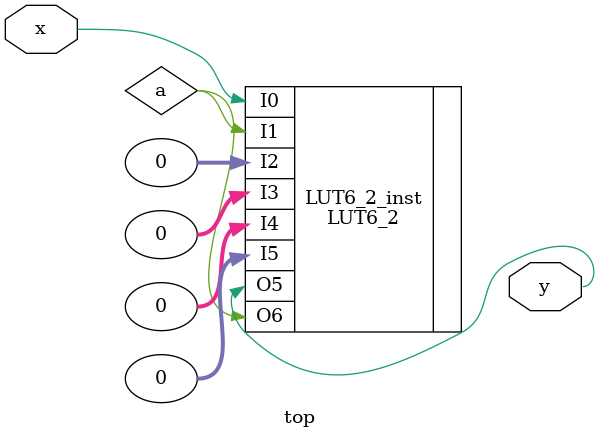
<source format=v>


// Permission is hereby granted, free of charge, to any person obtaining a copy
// of this software and associated documentation files (the "Software"), to deal
// in the Software without restriction, including without limitation the rights
// to use, copy, modify, merge, publish, distribute, sublicense, and/or sell
// copies of the Software, and to permit persons to whom the Software is
// furnished to do so, subject to the following conditions:

// The above copyright notice and this permission notice shall be included in all
// copies or substantial portions of the Software.

// THE SOFTWARE IS PROVIDED "AS IS", WITHOUT WARRANTY OF ANY KIND, EXPRESS OR
// IMPLIED, INCLUDING BUT NOT LIMITED TO THE WARRANTIES OF MERCHANTABILITY,
// FITNESS FOR A PARTICULAR PURPOSE AND NONINFRINGEMENT. IN NO EVENT SHALL THE
// AUTHORS OR COPYRIGHT HOLDERS BE LIABLE FOR ANY CLAIM, DAMAGES OR OTHER
// LIABILITY, WHETHER IN AN ACTION OF CONTRACT, TORT OR OTHERWISE, ARISING FROM,
// OUT OF OR IN CONNECTION WITH THE SOFTWARE OR THE USE OR OTHER DEALINGS IN THE
// SOFTWARE.


`timescale 1ns / 1ps

module top(x, y);
    input x;
    output y;
    
    (* dont_touch = "yes" *) wire a;
    
    LUT6_2 #(
       .INIT(64'hAAAAAAAAAAAAAAAA) // Specify LUT Contents
    ) LUT6_2_inst (
       .O6(a), // 1-bit LUT6 output
       .O5(y), // 1-bit lower LUT5 output
       .I0(x), // 1-bit LUT input
       .I1(a), // 1-bit LUT input
       .I2(0), // 1-bit LUT input
       .I3(0), // 1-bit LUT input
       .I4(0), // 1-bit LUT input
       .I5(0)  // 1-bit LUT input (fast MUX select only available to O6 output)
    );
endmodule

</source>
